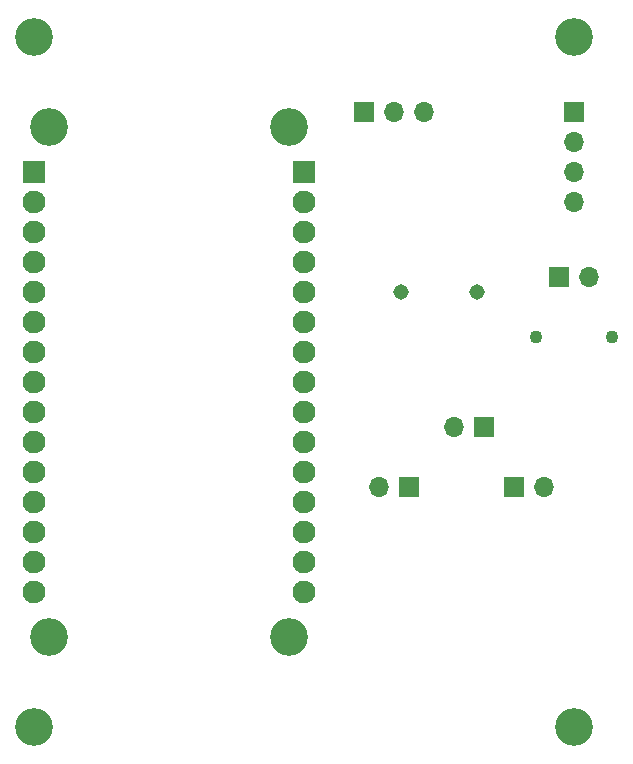
<source format=gbr>
%TF.GenerationSoftware,KiCad,Pcbnew,(5.1.12)-1*%
%TF.CreationDate,2021-12-20T17:02:30+01:00*%
%TF.ProjectId,PCB_Chair_tracker,5043425f-4368-4616-9972-5f747261636b,rev?*%
%TF.SameCoordinates,Original*%
%TF.FileFunction,Soldermask,Top*%
%TF.FilePolarity,Negative*%
%FSLAX46Y46*%
G04 Gerber Fmt 4.6, Leading zero omitted, Abs format (unit mm)*
G04 Created by KiCad (PCBNEW (5.1.12)-1) date 2021-12-20 17:02:30*
%MOMM*%
%LPD*%
G01*
G04 APERTURE LIST*
%ADD10C,3.200000*%
%ADD11R,1.700000X1.700000*%
%ADD12O,1.700000X1.700000*%
%ADD13R,1.930000X1.930000*%
%ADD14C,1.930000*%
%ADD15C,1.308000*%
%ADD16C,1.100000*%
G04 APERTURE END LIST*
D10*
%TO.C,H1*%
X167640000Y-118110000D03*
%TD*%
%TO.C,H2*%
X121920000Y-59690000D03*
%TD*%
D11*
%TO.C,tp2*%
X153670000Y-97790000D03*
D12*
X151130000Y-97790000D03*
%TD*%
D13*
%TO.C,ESP1*%
X121960001Y-71120000D03*
D14*
X121960001Y-73660000D03*
X121960001Y-76200000D03*
X121960001Y-78740000D03*
X121960001Y-81280000D03*
X121960001Y-83820000D03*
X121960001Y-86360000D03*
X121960001Y-88900000D03*
X121960001Y-91440000D03*
X121960001Y-93980000D03*
X121960001Y-96520000D03*
X121960001Y-99060000D03*
X121960001Y-101600000D03*
X121960001Y-104140000D03*
X121960001Y-106680000D03*
D13*
X144820001Y-71120000D03*
D14*
X144820001Y-73660000D03*
X144820001Y-76200000D03*
X144820001Y-78740000D03*
X144820001Y-81280000D03*
X144820001Y-83820000D03*
X144820001Y-86360000D03*
X144820001Y-88900000D03*
X144820001Y-91440000D03*
X144820001Y-93980000D03*
X144820001Y-96520000D03*
X144820001Y-99060000D03*
X144820001Y-101600000D03*
X144820001Y-104140000D03*
X144820001Y-106680000D03*
D10*
X123230001Y-67310000D03*
X143550001Y-67310000D03*
X143550001Y-110490000D03*
X123230001Y-110490000D03*
%TD*%
D11*
%TO.C,Prox1*%
X167640000Y-66040000D03*
D12*
X167640000Y-68580000D03*
X167640000Y-71120000D03*
X167640000Y-73660000D03*
%TD*%
D11*
%TO.C,Vib1*%
X149860000Y-66040000D03*
D12*
X152400000Y-66040000D03*
X154940000Y-66040000D03*
%TD*%
D11*
%TO.C,bat1*%
X160020000Y-92710000D03*
D12*
X157480000Y-92710000D03*
%TD*%
%TO.C,tp1*%
X165100000Y-97790000D03*
D11*
X162560000Y-97790000D03*
%TD*%
D12*
%TO.C,led1*%
X168910000Y-80010000D03*
D11*
X166370000Y-80010000D03*
%TD*%
D15*
%TO.C,Alt1*%
X152960000Y-81280000D03*
X159460000Y-81280000D03*
%TD*%
D16*
%TO.C,R1*%
X164440000Y-85090000D03*
X170840000Y-85090000D03*
%TD*%
D10*
%TO.C,H1*%
X167640000Y-59690000D03*
%TD*%
%TO.C,H2*%
X121920000Y-118110000D03*
%TD*%
M02*

</source>
